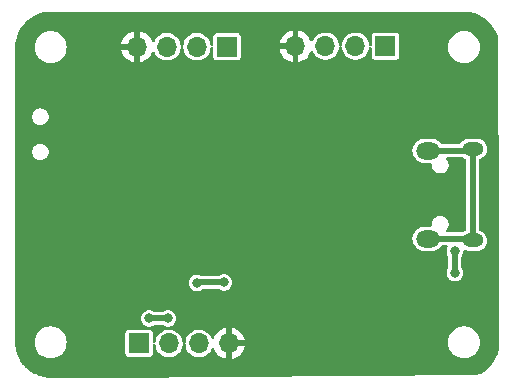
<source format=gbr>
%TF.GenerationSoftware,KiCad,Pcbnew,7.0.7*%
%TF.CreationDate,2025-08-05T19:35:54-07:00*%
%TF.ProjectId,stm32,73746d33-322e-46b6-9963-61645f706362,rev?*%
%TF.SameCoordinates,Original*%
%TF.FileFunction,Copper,L2,Bot*%
%TF.FilePolarity,Positive*%
%FSLAX46Y46*%
G04 Gerber Fmt 4.6, Leading zero omitted, Abs format (unit mm)*
G04 Created by KiCad (PCBNEW 7.0.7) date 2025-08-05 19:35:54*
%MOMM*%
%LPD*%
G01*
G04 APERTURE LIST*
%TA.AperFunction,ComponentPad*%
%ADD10R,1.700000X1.700000*%
%TD*%
%TA.AperFunction,ComponentPad*%
%ADD11O,1.700000X1.700000*%
%TD*%
%TA.AperFunction,ComponentPad*%
%ADD12O,1.800000X1.150000*%
%TD*%
%TA.AperFunction,ComponentPad*%
%ADD13O,2.000000X1.450000*%
%TD*%
%TA.AperFunction,ViaPad*%
%ADD14C,0.800000*%
%TD*%
%TA.AperFunction,Conductor*%
%ADD15C,0.500000*%
%TD*%
G04 APERTURE END LIST*
D10*
%TO.P,J2,1,Pin_1*%
%TO.N,+3.3V*%
X139392013Y-58783153D03*
D11*
%TO.P,J2,2,Pin_2*%
%TO.N,/USART1_TX*%
X136852013Y-58783153D03*
%TO.P,J2,3,Pin_3*%
%TO.N,/UART1_RX*%
X134312013Y-58783153D03*
%TO.P,J2,4,Pin_4*%
%TO.N,GND*%
X131772013Y-58783153D03*
%TD*%
D10*
%TO.P,J4,1,Pin_1*%
%TO.N,+3.3V*%
X131947324Y-83913371D03*
D11*
%TO.P,J4,2,Pin_2*%
%TO.N,/I2C_SCL*%
X134487324Y-83913371D03*
%TO.P,J4,3,Pin_3*%
%TO.N,/I2C_SDA*%
X137027324Y-83913371D03*
%TO.P,J4,4,Pin_4*%
%TO.N,GND*%
X139567324Y-83913371D03*
%TD*%
D12*
%TO.P,J1,6,Shield*%
%TO.N,unconnected-(J1-Shield-Pad6)*%
X160199000Y-75195000D03*
D13*
X156399000Y-75045000D03*
X156399000Y-67595000D03*
D12*
X160199000Y-67445000D03*
%TD*%
D10*
%TO.P,J3,1,Pin_1*%
%TO.N,+3.3V*%
X152810290Y-58753394D03*
D11*
%TO.P,J3,2,Pin_2*%
%TO.N,/SWDIO*%
X150270290Y-58753394D03*
%TO.P,J3,3,Pin_3*%
%TO.N,/SWCLK*%
X147730290Y-58753394D03*
%TO.P,J3,4,Pin_4*%
%TO.N,GND*%
X145190290Y-58753394D03*
%TD*%
D14*
%TO.N,+3.3V*%
X136847396Y-78778132D03*
X139127989Y-78747216D03*
X158685233Y-76115526D03*
X132810089Y-81793588D03*
X134388461Y-81793588D03*
X158685233Y-77954526D03*
%TO.N,GND*%
X150775405Y-77586977D03*
X146225024Y-68792080D03*
X149846130Y-77586977D03*
X127031444Y-63955942D03*
X130249325Y-78010408D03*
X132265789Y-69931196D03*
X150359311Y-72566119D03*
X131303062Y-67110573D03*
X132857641Y-66022207D03*
X141054277Y-73105571D03*
X130147986Y-74067660D03*
X154629156Y-79085176D03*
X138071713Y-76654941D03*
X150359311Y-73509263D03*
X154975810Y-70036294D03*
X127926394Y-72289383D03*
X136553553Y-68204003D03*
X159981325Y-77042671D03*
X136281327Y-71519470D03*
X129738066Y-67179855D03*
%TD*%
D15*
%TO.N,+3.3V*%
X136878312Y-78747216D02*
X139127989Y-78747216D01*
X136847396Y-78778132D02*
X136878312Y-78747216D01*
X158685233Y-77954526D02*
X158685233Y-76255427D01*
X158685233Y-76211179D02*
X158685233Y-76115526D01*
X158707357Y-76233303D02*
X158685233Y-76211179D01*
X158685233Y-76255427D02*
X158707357Y-76233303D01*
X134388461Y-81793588D02*
X132810089Y-81793588D01*
%TO.N,unconnected-(J1-Shield-Pad6)*%
X156399000Y-75045000D02*
X160049000Y-75045000D01*
X156399000Y-67595000D02*
X160049000Y-67595000D01*
X160199000Y-67445000D02*
X160199000Y-75195000D01*
X160049000Y-75045000D02*
X160199000Y-75195000D01*
X160049000Y-67595000D02*
X160199000Y-67445000D01*
%TD*%
%TA.AperFunction,Conductor*%
%TO.N,GND*%
G36*
X160048319Y-55881752D02*
G01*
X160051762Y-55882336D01*
X160098185Y-55890224D01*
X160103825Y-55891457D01*
X160256693Y-55932418D01*
X160349122Y-55959046D01*
X160411724Y-55977082D01*
X160416759Y-55978769D01*
X160566183Y-56036127D01*
X160714007Y-56097358D01*
X160718412Y-56099388D01*
X160784180Y-56132899D01*
X160861921Y-56172511D01*
X160937428Y-56214241D01*
X161001480Y-56249641D01*
X161005215Y-56251882D01*
X161079487Y-56300115D01*
X161140872Y-56339980D01*
X161228357Y-56402053D01*
X161270764Y-56432142D01*
X161273886Y-56434510D01*
X161398748Y-56535621D01*
X161401034Y-56537567D01*
X161518721Y-56642738D01*
X161521248Y-56645128D01*
X161634870Y-56758750D01*
X161637260Y-56761277D01*
X161742431Y-56878964D01*
X161744385Y-56881260D01*
X161845480Y-57006102D01*
X161847862Y-57009243D01*
X161940019Y-57139127D01*
X161993758Y-57221875D01*
X162028106Y-57274767D01*
X162030364Y-57278531D01*
X162107488Y-57418078D01*
X162180604Y-57561575D01*
X162182643Y-57565997D01*
X162243877Y-57713829D01*
X162301221Y-57863216D01*
X162302916Y-57868273D01*
X162318305Y-57921688D01*
X162323148Y-57954992D01*
X162459500Y-74453499D01*
X162459500Y-83818376D01*
X162459415Y-83821622D01*
X162452509Y-83953382D01*
X162442196Y-84137013D01*
X162441530Y-84143240D01*
X162417394Y-84295630D01*
X162389778Y-84458163D01*
X162388541Y-84463827D01*
X162347579Y-84616702D01*
X162302916Y-84771725D01*
X162301221Y-84776781D01*
X162243877Y-84926170D01*
X162182643Y-85074001D01*
X162180604Y-85078423D01*
X162107488Y-85221921D01*
X162030364Y-85361467D01*
X162028097Y-85365246D01*
X161940019Y-85500872D01*
X161847862Y-85630755D01*
X161845480Y-85633896D01*
X161744385Y-85758738D01*
X161742431Y-85761034D01*
X161637260Y-85878721D01*
X161634870Y-85881248D01*
X161521248Y-85994870D01*
X161518721Y-85997260D01*
X161401034Y-86102431D01*
X161398738Y-86104385D01*
X161273896Y-86205480D01*
X161270755Y-86207862D01*
X161140872Y-86300019D01*
X161005246Y-86388097D01*
X161001467Y-86390364D01*
X160861921Y-86467488D01*
X160718421Y-86540605D01*
X160713998Y-86542644D01*
X160566135Y-86603891D01*
X160527870Y-86618579D01*
X160484199Y-86626812D01*
X129269000Y-86819500D01*
X124461624Y-86819500D01*
X124458378Y-86819415D01*
X124326617Y-86812509D01*
X124142985Y-86802196D01*
X124136758Y-86801530D01*
X123984369Y-86777394D01*
X123821835Y-86749778D01*
X123816171Y-86748541D01*
X123663297Y-86707579D01*
X123508273Y-86662916D01*
X123503217Y-86661221D01*
X123353829Y-86603877D01*
X123205997Y-86542643D01*
X123201575Y-86540604D01*
X123058078Y-86467488D01*
X122918531Y-86390364D01*
X122914767Y-86388106D01*
X122861875Y-86353758D01*
X122779127Y-86300019D01*
X122649243Y-86207862D01*
X122646102Y-86205480D01*
X122521260Y-86104385D01*
X122518964Y-86102431D01*
X122401277Y-85997260D01*
X122398750Y-85994870D01*
X122285128Y-85881248D01*
X122282738Y-85878721D01*
X122177567Y-85761034D01*
X122175613Y-85758738D01*
X122136848Y-85710867D01*
X122074510Y-85633886D01*
X122072136Y-85630755D01*
X121979980Y-85500872D01*
X121947406Y-85450715D01*
X121891882Y-85365215D01*
X121889641Y-85361480D01*
X121824716Y-85244005D01*
X121812511Y-85221921D01*
X121772899Y-85144180D01*
X121739388Y-85078412D01*
X121737358Y-85074007D01*
X121676122Y-84926170D01*
X121618769Y-84776759D01*
X121617082Y-84771724D01*
X121572420Y-84616702D01*
X121567316Y-84597652D01*
X121531453Y-84463811D01*
X121530226Y-84458194D01*
X121502601Y-84295606D01*
X121478465Y-84143212D01*
X121477803Y-84137027D01*
X121467490Y-83953382D01*
X121460584Y-83821620D01*
X121460542Y-83820000D01*
X123104341Y-83820000D01*
X123124936Y-84055403D01*
X123124938Y-84055413D01*
X123186094Y-84283655D01*
X123186096Y-84283659D01*
X123186097Y-84283663D01*
X123229554Y-84376857D01*
X123285964Y-84497828D01*
X123285965Y-84497830D01*
X123421505Y-84691402D01*
X123588597Y-84858494D01*
X123782169Y-84994034D01*
X123782171Y-84994035D01*
X123996337Y-85093903D01*
X124224592Y-85155063D01*
X124401034Y-85170500D01*
X124518966Y-85170500D01*
X124695408Y-85155063D01*
X124923663Y-85093903D01*
X125137829Y-84994035D01*
X125331401Y-84858495D01*
X125381669Y-84808227D01*
X130796824Y-84808227D01*
X130796826Y-84808253D01*
X130799737Y-84833358D01*
X130799739Y-84833362D01*
X130845117Y-84936135D01*
X130845118Y-84936136D01*
X130924559Y-85015577D01*
X131027333Y-85060956D01*
X131052459Y-85063871D01*
X132842188Y-85063870D01*
X132842203Y-85063868D01*
X132842206Y-85063868D01*
X132867311Y-85060957D01*
X132867312Y-85060956D01*
X132867315Y-85060956D01*
X132970089Y-85015577D01*
X133049530Y-84936136D01*
X133094909Y-84833362D01*
X133097824Y-84808236D01*
X133097823Y-84069417D01*
X133117507Y-84002380D01*
X133170311Y-83956625D01*
X133239470Y-83946681D01*
X133303026Y-83975706D01*
X133340800Y-84034484D01*
X133345294Y-84057977D01*
X133348343Y-84090882D01*
X133351568Y-84125681D01*
X133399923Y-84295630D01*
X133409920Y-84330763D01*
X133409920Y-84330765D01*
X133504956Y-84521624D01*
X133633163Y-84691395D01*
X133633452Y-84691778D01*
X133791022Y-84835423D01*
X133972305Y-84947669D01*
X134171126Y-85024692D01*
X134380714Y-85063871D01*
X134380716Y-85063871D01*
X134593932Y-85063871D01*
X134593934Y-85063871D01*
X134803522Y-85024692D01*
X135002343Y-84947669D01*
X135183626Y-84835423D01*
X135341196Y-84691778D01*
X135469690Y-84521626D01*
X135498470Y-84463827D01*
X135564727Y-84330765D01*
X135564727Y-84330764D01*
X135564729Y-84330760D01*
X135623080Y-84125681D01*
X135633853Y-84009418D01*
X135659639Y-83944482D01*
X135701946Y-83914175D01*
X135810454Y-83914175D01*
X135846827Y-83935039D01*
X135879017Y-83997052D01*
X135880794Y-84009418D01*
X135891568Y-84125681D01*
X135939923Y-84295630D01*
X135949920Y-84330763D01*
X135949920Y-84330765D01*
X136044956Y-84521624D01*
X136173163Y-84691395D01*
X136173452Y-84691778D01*
X136331022Y-84835423D01*
X136512305Y-84947669D01*
X136711126Y-85024692D01*
X136920714Y-85063871D01*
X136920716Y-85063871D01*
X137133932Y-85063871D01*
X137133934Y-85063871D01*
X137343522Y-85024692D01*
X137542343Y-84947669D01*
X137723626Y-84835423D01*
X137881196Y-84691778D01*
X138009690Y-84521626D01*
X138076649Y-84387152D01*
X138124149Y-84335919D01*
X138191812Y-84318497D01*
X138258152Y-84340422D01*
X138300029Y-84390022D01*
X138393723Y-84590949D01*
X138529218Y-84784453D01*
X138696241Y-84951476D01*
X138889745Y-85086971D01*
X139103831Y-85186800D01*
X139103840Y-85186804D01*
X139317324Y-85244005D01*
X139317324Y-84525672D01*
X139337009Y-84458633D01*
X139389813Y-84412878D01*
X139458971Y-84402934D01*
X139531561Y-84413371D01*
X139531562Y-84413371D01*
X139603086Y-84413371D01*
X139603087Y-84413371D01*
X139675677Y-84402934D01*
X139744836Y-84412878D01*
X139797639Y-84458633D01*
X139817324Y-84525672D01*
X139817324Y-85244004D01*
X140030807Y-85186804D01*
X140030816Y-85186800D01*
X140244902Y-85086971D01*
X140438406Y-84951476D01*
X140605429Y-84784453D01*
X140740924Y-84590949D01*
X140840753Y-84376863D01*
X140840756Y-84376857D01*
X140897960Y-84163371D01*
X140180671Y-84163371D01*
X140113632Y-84143686D01*
X140067877Y-84090882D01*
X140057933Y-84021724D01*
X140061693Y-84004438D01*
X140067324Y-83985259D01*
X140067324Y-83841482D01*
X140061693Y-83822304D01*
X140061693Y-83820000D01*
X158104341Y-83820000D01*
X158124936Y-84055403D01*
X158124938Y-84055413D01*
X158186094Y-84283655D01*
X158186096Y-84283659D01*
X158186097Y-84283663D01*
X158229554Y-84376857D01*
X158285964Y-84497828D01*
X158285965Y-84497830D01*
X158421505Y-84691402D01*
X158588597Y-84858494D01*
X158782169Y-84994034D01*
X158782171Y-84994035D01*
X158996337Y-85093903D01*
X159224592Y-85155063D01*
X159401034Y-85170500D01*
X159518966Y-85170500D01*
X159695408Y-85155063D01*
X159923663Y-85093903D01*
X160137829Y-84994035D01*
X160331401Y-84858495D01*
X160498495Y-84691401D01*
X160634035Y-84497830D01*
X160733903Y-84283663D01*
X160795063Y-84055408D01*
X160815659Y-83820000D01*
X160795063Y-83584592D01*
X160733903Y-83356337D01*
X160634035Y-83142171D01*
X160634034Y-83142169D01*
X160498494Y-82948597D01*
X160331402Y-82781505D01*
X160137830Y-82645965D01*
X160137828Y-82645964D01*
X160002233Y-82582735D01*
X159923663Y-82546097D01*
X159923659Y-82546096D01*
X159923655Y-82546094D01*
X159695413Y-82484938D01*
X159695403Y-82484936D01*
X159518966Y-82469500D01*
X159401034Y-82469500D01*
X159224596Y-82484936D01*
X159224586Y-82484938D01*
X158996344Y-82546094D01*
X158996335Y-82546098D01*
X158782171Y-82645964D01*
X158782169Y-82645965D01*
X158588597Y-82781505D01*
X158421506Y-82948597D01*
X158421501Y-82948604D01*
X158285967Y-83142165D01*
X158285965Y-83142169D01*
X158186098Y-83356335D01*
X158186094Y-83356344D01*
X158124938Y-83584586D01*
X158124936Y-83584596D01*
X158104341Y-83819999D01*
X158104341Y-83820000D01*
X140061693Y-83820000D01*
X140061694Y-83752435D01*
X140099469Y-83693657D01*
X140163025Y-83664633D01*
X140180671Y-83663371D01*
X140897960Y-83663371D01*
X140897959Y-83663370D01*
X140840756Y-83449884D01*
X140840753Y-83449878D01*
X140740924Y-83235793D01*
X140740923Y-83235791D01*
X140605437Y-83042297D01*
X140605432Y-83042291D01*
X140438406Y-82875265D01*
X140244902Y-82739770D01*
X140030816Y-82639941D01*
X140030810Y-82639938D01*
X139817324Y-82582735D01*
X139817324Y-83301069D01*
X139797639Y-83368108D01*
X139744835Y-83413863D01*
X139675679Y-83423807D01*
X139603090Y-83413371D01*
X139603087Y-83413371D01*
X139531561Y-83413371D01*
X139531557Y-83413371D01*
X139458969Y-83423807D01*
X139389811Y-83413863D01*
X139337008Y-83368107D01*
X139317324Y-83301069D01*
X139317324Y-82582735D01*
X139317323Y-82582735D01*
X139103837Y-82639938D01*
X139103831Y-82639941D01*
X138889746Y-82739770D01*
X138889744Y-82739771D01*
X138696250Y-82875257D01*
X138696244Y-82875262D01*
X138529215Y-83042291D01*
X138529210Y-83042297D01*
X138393724Y-83235791D01*
X138393723Y-83235793D01*
X138300029Y-83436719D01*
X138253856Y-83489158D01*
X138186663Y-83508310D01*
X138119781Y-83488094D01*
X138076648Y-83439587D01*
X138009690Y-83305116D01*
X137881196Y-83134964D01*
X137723626Y-82991319D01*
X137542343Y-82879073D01*
X137542341Y-82879072D01*
X137442932Y-82840561D01*
X137343522Y-82802050D01*
X137133934Y-82762871D01*
X136920714Y-82762871D01*
X136711126Y-82802050D01*
X136711123Y-82802050D01*
X136711123Y-82802051D01*
X136512306Y-82879072D01*
X136512304Y-82879073D01*
X136331023Y-82991318D01*
X136173451Y-83134964D01*
X136044956Y-83305117D01*
X135949920Y-83495976D01*
X135949920Y-83495978D01*
X135891568Y-83701060D01*
X135880795Y-83817322D01*
X135855009Y-83882259D01*
X135810454Y-83914175D01*
X135701946Y-83914175D01*
X135704193Y-83912565D01*
X135667821Y-83891702D01*
X135635631Y-83829689D01*
X135633853Y-83817322D01*
X135630499Y-83781130D01*
X135623080Y-83701061D01*
X135564729Y-83495982D01*
X135564727Y-83495977D01*
X135564727Y-83495976D01*
X135469691Y-83305117D01*
X135341196Y-83134964D01*
X135183626Y-82991319D01*
X135002343Y-82879073D01*
X135002341Y-82879072D01*
X134902932Y-82840561D01*
X134803522Y-82802050D01*
X134593934Y-82762871D01*
X134380714Y-82762871D01*
X134171126Y-82802050D01*
X134171123Y-82802050D01*
X134171123Y-82802051D01*
X133972306Y-82879072D01*
X133972304Y-82879073D01*
X133791023Y-82991318D01*
X133633451Y-83134964D01*
X133504956Y-83305117D01*
X133409920Y-83495976D01*
X133409920Y-83495978D01*
X133351568Y-83701060D01*
X133345294Y-83768765D01*
X133319507Y-83833702D01*
X133262707Y-83874389D01*
X133192926Y-83877909D01*
X133132319Y-83843143D01*
X133100130Y-83781130D01*
X133097823Y-83757323D01*
X133097823Y-83413371D01*
X133097823Y-83018507D01*
X133097821Y-83018488D01*
X133094910Y-82993383D01*
X133094909Y-82993381D01*
X133094909Y-82993380D01*
X133049530Y-82890606D01*
X132970089Y-82811165D01*
X132949448Y-82802051D01*
X132867316Y-82765786D01*
X132842189Y-82762871D01*
X131052467Y-82762871D01*
X131052441Y-82762873D01*
X131027336Y-82765784D01*
X131027332Y-82765786D01*
X130924559Y-82811164D01*
X130845118Y-82890605D01*
X130799739Y-82993377D01*
X130799739Y-82993379D01*
X130796824Y-83018502D01*
X130796824Y-84808227D01*
X125381669Y-84808227D01*
X125498495Y-84691401D01*
X125634035Y-84497830D01*
X125733903Y-84283663D01*
X125795063Y-84055408D01*
X125815659Y-83820000D01*
X125795063Y-83584592D01*
X125733903Y-83356337D01*
X125634035Y-83142171D01*
X125634034Y-83142169D01*
X125498494Y-82948597D01*
X125331402Y-82781505D01*
X125137830Y-82645965D01*
X125137828Y-82645964D01*
X125002233Y-82582735D01*
X124923663Y-82546097D01*
X124923659Y-82546096D01*
X124923655Y-82546094D01*
X124695413Y-82484938D01*
X124695403Y-82484936D01*
X124518966Y-82469500D01*
X124401034Y-82469500D01*
X124224596Y-82484936D01*
X124224586Y-82484938D01*
X123996344Y-82546094D01*
X123996335Y-82546098D01*
X123782171Y-82645964D01*
X123782169Y-82645965D01*
X123588597Y-82781505D01*
X123421506Y-82948597D01*
X123421501Y-82948604D01*
X123285967Y-83142165D01*
X123285965Y-83142169D01*
X123186098Y-83356335D01*
X123186094Y-83356344D01*
X123124938Y-83584586D01*
X123124936Y-83584596D01*
X123104341Y-83819999D01*
X123104341Y-83820000D01*
X121460542Y-83820000D01*
X121460500Y-83818377D01*
X121460500Y-81793587D01*
X132104444Y-81793587D01*
X132124948Y-81962457D01*
X132124949Y-81962462D01*
X132185271Y-82121519D01*
X132247564Y-82211765D01*
X132281906Y-82261517D01*
X132375110Y-82344088D01*
X132409239Y-82374324D01*
X132559862Y-82453377D01*
X132559864Y-82453378D01*
X132725033Y-82494088D01*
X132895145Y-82494088D01*
X133060314Y-82453378D01*
X133149636Y-82406497D01*
X133210934Y-82374326D01*
X133210935Y-82374324D01*
X133210941Y-82374322D01*
X133210945Y-82374318D01*
X133217109Y-82370064D01*
X133218049Y-82371427D01*
X133273100Y-82345551D01*
X133292095Y-82344088D01*
X133906455Y-82344088D01*
X133973494Y-82363773D01*
X133985535Y-82372890D01*
X133987615Y-82374326D01*
X134138234Y-82453377D01*
X134138236Y-82453378D01*
X134303405Y-82494088D01*
X134473517Y-82494088D01*
X134638686Y-82453378D01*
X134718153Y-82411669D01*
X134789310Y-82374324D01*
X134789311Y-82374322D01*
X134789313Y-82374322D01*
X134916644Y-82261517D01*
X135013279Y-82121518D01*
X135073601Y-81962460D01*
X135094106Y-81793588D01*
X135073601Y-81624716D01*
X135013279Y-81465658D01*
X134916644Y-81325659D01*
X134821777Y-81241614D01*
X134789310Y-81212851D01*
X134638687Y-81133798D01*
X134473517Y-81093088D01*
X134303405Y-81093088D01*
X134138234Y-81133798D01*
X133987615Y-81212849D01*
X133981441Y-81217112D01*
X133980500Y-81215748D01*
X133925450Y-81241625D01*
X133906455Y-81243088D01*
X133292095Y-81243088D01*
X133225056Y-81223403D01*
X133213014Y-81214285D01*
X133210934Y-81212849D01*
X133060315Y-81133798D01*
X132895145Y-81093088D01*
X132725033Y-81093088D01*
X132559862Y-81133798D01*
X132409239Y-81212851D01*
X132281905Y-81325660D01*
X132185271Y-81465656D01*
X132124949Y-81624713D01*
X132124948Y-81624718D01*
X132104444Y-81793587D01*
X121460500Y-81793587D01*
X121460500Y-78778132D01*
X136141751Y-78778132D01*
X136162255Y-78947001D01*
X136162256Y-78947006D01*
X136222578Y-79106063D01*
X136284871Y-79196309D01*
X136319213Y-79246061D01*
X136424901Y-79339692D01*
X136446546Y-79358868D01*
X136597169Y-79437921D01*
X136597171Y-79437922D01*
X136762340Y-79478632D01*
X136932452Y-79478632D01*
X137097621Y-79437922D01*
X137186943Y-79391041D01*
X137248241Y-79358870D01*
X137248242Y-79358868D01*
X137248248Y-79358866D01*
X137272504Y-79337376D01*
X137282072Y-79328901D01*
X137345305Y-79299179D01*
X137364299Y-79297716D01*
X138645983Y-79297716D01*
X138713022Y-79317401D01*
X138725063Y-79326518D01*
X138727143Y-79327954D01*
X138877762Y-79407005D01*
X138877764Y-79407006D01*
X139042933Y-79447716D01*
X139213045Y-79447716D01*
X139378214Y-79407006D01*
X139457681Y-79365297D01*
X139528838Y-79327952D01*
X139528839Y-79327950D01*
X139528841Y-79327950D01*
X139656172Y-79215145D01*
X139752807Y-79075146D01*
X139813129Y-78916088D01*
X139833634Y-78747216D01*
X139813129Y-78578344D01*
X139752807Y-78419286D01*
X139656172Y-78279287D01*
X139546935Y-78182512D01*
X139528838Y-78166479D01*
X139378215Y-78087426D01*
X139213045Y-78046716D01*
X139042933Y-78046716D01*
X138877762Y-78087426D01*
X138727143Y-78166477D01*
X138720969Y-78170740D01*
X138720028Y-78169376D01*
X138664978Y-78195253D01*
X138645983Y-78196716D01*
X137277512Y-78196716D01*
X137219886Y-78182512D01*
X137097620Y-78118341D01*
X137097621Y-78118341D01*
X136932452Y-78077632D01*
X136762340Y-78077632D01*
X136597169Y-78118342D01*
X136446546Y-78197395D01*
X136319212Y-78310204D01*
X136222578Y-78450200D01*
X136162256Y-78609257D01*
X136162255Y-78609262D01*
X136141751Y-78778132D01*
X121460500Y-78778132D01*
X121460500Y-75044999D01*
X155093538Y-75044999D01*
X155113337Y-75246031D01*
X155171978Y-75439345D01*
X155267198Y-75617488D01*
X155267203Y-75617495D01*
X155395352Y-75773647D01*
X155504016Y-75862824D01*
X155551506Y-75901798D01*
X155551509Y-75901799D01*
X155551511Y-75901801D01*
X155729654Y-75997021D01*
X155729656Y-75997021D01*
X155729659Y-75997023D01*
X155922967Y-76055662D01*
X156073620Y-76070500D01*
X156073623Y-76070500D01*
X156724377Y-76070500D01*
X156724380Y-76070500D01*
X156875033Y-76055662D01*
X157068341Y-75997023D01*
X157246494Y-75901798D01*
X157402647Y-75773647D01*
X157489358Y-75667989D01*
X157511643Y-75640835D01*
X157569388Y-75601501D01*
X157607496Y-75595500D01*
X157956747Y-75595500D01*
X158023786Y-75615185D01*
X158069541Y-75667989D01*
X158079485Y-75737147D01*
X158062589Y-75780263D01*
X158063902Y-75780952D01*
X158060415Y-75787594D01*
X158000093Y-75946651D01*
X158000092Y-75946656D01*
X157979588Y-76115526D01*
X158000092Y-76284395D01*
X158000093Y-76284400D01*
X158060415Y-76443457D01*
X158112783Y-76519324D01*
X158134666Y-76585678D01*
X158134733Y-76589764D01*
X158134733Y-77480287D01*
X158115048Y-77547326D01*
X158112783Y-77550727D01*
X158060416Y-77626594D01*
X158060415Y-77626594D01*
X158000093Y-77785651D01*
X158000092Y-77785656D01*
X157979588Y-77954526D01*
X158000092Y-78123395D01*
X158000093Y-78123400D01*
X158060415Y-78282457D01*
X158079568Y-78310204D01*
X158157050Y-78422455D01*
X158262738Y-78516086D01*
X158284383Y-78535262D01*
X158435006Y-78614315D01*
X158435008Y-78614316D01*
X158600177Y-78655026D01*
X158770289Y-78655026D01*
X158935458Y-78614316D01*
X159014925Y-78572607D01*
X159086082Y-78535262D01*
X159086083Y-78535260D01*
X159086085Y-78535260D01*
X159213416Y-78422455D01*
X159310051Y-78282456D01*
X159370373Y-78123398D01*
X159390878Y-77954526D01*
X159370373Y-77785654D01*
X159310051Y-77626596D01*
X159310050Y-77626594D01*
X159257683Y-77550727D01*
X159235800Y-77484372D01*
X159235733Y-77480287D01*
X159235733Y-76589764D01*
X159255418Y-76522725D01*
X159257683Y-76519324D01*
X159271903Y-76498722D01*
X159310051Y-76443456D01*
X159370373Y-76284398D01*
X159390878Y-76115526D01*
X159390877Y-76115523D01*
X159390964Y-76114813D01*
X159418586Y-76050635D01*
X159476520Y-76011578D01*
X159546372Y-76010043D01*
X159566115Y-76017215D01*
X159592803Y-76029562D01*
X159778784Y-76070500D01*
X159778785Y-76070500D01*
X160571459Y-76070500D01*
X160571465Y-76070500D01*
X160713316Y-76055073D01*
X160893780Y-75994267D01*
X161056954Y-75896089D01*
X161195207Y-75765129D01*
X161302075Y-75607510D01*
X161302077Y-75607506D01*
X161372561Y-75430606D01*
X161372562Y-75430602D01*
X161403370Y-75242678D01*
X161393061Y-75052525D01*
X161342114Y-74869033D01*
X161252914Y-74700784D01*
X161252911Y-74700781D01*
X161252911Y-74700779D01*
X161129631Y-74555643D01*
X161048424Y-74493911D01*
X160978029Y-74440398D01*
X160821433Y-74367949D01*
X160768856Y-74321935D01*
X160749500Y-74255410D01*
X160749500Y-68381949D01*
X160769185Y-68314910D01*
X160821989Y-68269155D01*
X160833894Y-68264444D01*
X160893780Y-68244267D01*
X161056954Y-68146089D01*
X161195207Y-68015129D01*
X161302075Y-67857510D01*
X161302077Y-67857506D01*
X161372561Y-67680606D01*
X161372562Y-67680602D01*
X161403370Y-67492678D01*
X161393061Y-67302525D01*
X161342114Y-67119033D01*
X161252914Y-66950784D01*
X161252911Y-66950781D01*
X161252911Y-66950779D01*
X161129631Y-66805643D01*
X160978026Y-66690396D01*
X160978025Y-66690395D01*
X160805193Y-66610436D01*
X160619216Y-66569500D01*
X159826535Y-66569500D01*
X159826533Y-66569500D01*
X159684683Y-66584927D01*
X159504217Y-66645734D01*
X159341048Y-66743909D01*
X159202791Y-66874872D01*
X159124675Y-66990087D01*
X159070760Y-67034528D01*
X159022041Y-67044500D01*
X157607496Y-67044500D01*
X157540457Y-67024815D01*
X157511643Y-66999165D01*
X157402647Y-66866352D01*
X157246495Y-66738203D01*
X157246488Y-66738198D01*
X157068345Y-66642978D01*
X156875031Y-66584337D01*
X156764900Y-66573490D01*
X156724380Y-66569500D01*
X156073620Y-66569500D01*
X156036433Y-66573162D01*
X155922968Y-66584337D01*
X155729654Y-66642978D01*
X155551511Y-66738198D01*
X155551504Y-66738203D01*
X155395352Y-66866352D01*
X155267203Y-67022504D01*
X155267198Y-67022511D01*
X155171978Y-67200654D01*
X155113337Y-67393968D01*
X155093538Y-67595000D01*
X155113337Y-67796031D01*
X155171978Y-67989345D01*
X155267198Y-68167488D01*
X155267203Y-68167495D01*
X155395352Y-68323647D01*
X155485914Y-68397968D01*
X155551506Y-68451798D01*
X155551509Y-68451799D01*
X155551511Y-68451801D01*
X155729654Y-68547021D01*
X155729656Y-68547021D01*
X155729659Y-68547023D01*
X155922967Y-68605662D01*
X156073620Y-68620500D01*
X156073623Y-68620500D01*
X156624500Y-68620500D01*
X156691539Y-68640185D01*
X156737294Y-68692989D01*
X156748500Y-68744500D01*
X156748500Y-68773872D01*
X156748048Y-68781352D01*
X156743355Y-68819999D01*
X156748048Y-68858646D01*
X156748500Y-68866126D01*
X156748500Y-68905058D01*
X156757816Y-68942855D01*
X156759166Y-68950223D01*
X156763859Y-68988869D01*
X156763861Y-68988876D01*
X156777665Y-69025276D01*
X156779894Y-69032429D01*
X156789209Y-69070221D01*
X156789210Y-69070226D01*
X156807299Y-69104693D01*
X156810374Y-69111524D01*
X156824182Y-69147931D01*
X156824183Y-69147933D01*
X156846300Y-69179974D01*
X156850177Y-69186387D01*
X156868263Y-69220848D01*
X156868265Y-69220851D01*
X156894075Y-69249986D01*
X156898695Y-69255882D01*
X156898701Y-69255890D01*
X156920816Y-69287928D01*
X156920821Y-69287933D01*
X156949955Y-69313743D01*
X156955250Y-69319037D01*
X156981069Y-69348181D01*
X156981073Y-69348185D01*
X157013111Y-69370299D01*
X157019005Y-69374916D01*
X157031685Y-69386150D01*
X157048145Y-69400732D01*
X157048151Y-69400736D01*
X157082614Y-69418823D01*
X157089018Y-69422694D01*
X157121070Y-69444818D01*
X157157484Y-69458627D01*
X157164283Y-69461687D01*
X157198775Y-69479790D01*
X157198777Y-69479790D01*
X157198778Y-69479791D01*
X157205914Y-69481549D01*
X157236590Y-69489110D01*
X157243712Y-69491329D01*
X157280128Y-69505140D01*
X157299572Y-69507500D01*
X157318773Y-69509832D01*
X157326140Y-69511181D01*
X157350369Y-69517153D01*
X157363943Y-69520500D01*
X157363944Y-69520500D01*
X157534058Y-69520500D01*
X157543590Y-69518149D01*
X157571875Y-69511177D01*
X157579206Y-69509834D01*
X157617872Y-69505140D01*
X157654277Y-69491333D01*
X157661427Y-69489106D01*
X157672744Y-69486316D01*
X157699225Y-69479790D01*
X157733707Y-69461691D01*
X157740507Y-69458630D01*
X157776930Y-69444818D01*
X157808981Y-69422693D01*
X157815379Y-69418825D01*
X157849852Y-69400734D01*
X157879002Y-69374908D01*
X157884871Y-69370310D01*
X157916929Y-69348183D01*
X157942748Y-69319037D01*
X157948037Y-69313748D01*
X157977183Y-69287929D01*
X157999310Y-69255871D01*
X158003908Y-69250002D01*
X158029734Y-69220852D01*
X158047825Y-69186379D01*
X158051693Y-69179981D01*
X158073818Y-69147930D01*
X158087630Y-69111507D01*
X158090691Y-69104707D01*
X158108790Y-69070225D01*
X158115316Y-69043744D01*
X158118106Y-69032427D01*
X158120333Y-69025277D01*
X158134140Y-68988872D01*
X158138834Y-68950206D01*
X158140177Y-68942875D01*
X158149500Y-68905056D01*
X158149500Y-68866126D01*
X158149952Y-68858646D01*
X158154645Y-68820000D01*
X158149951Y-68781348D01*
X158149500Y-68773872D01*
X158149500Y-68734943D01*
X158140183Y-68697147D01*
X158138832Y-68689773D01*
X158134140Y-68651130D01*
X158134140Y-68651128D01*
X158120329Y-68614712D01*
X158118110Y-68607590D01*
X158108790Y-68569775D01*
X158090687Y-68535283D01*
X158087627Y-68528484D01*
X158073818Y-68492070D01*
X158051694Y-68460018D01*
X158047823Y-68453614D01*
X158029736Y-68419151D01*
X158029732Y-68419145D01*
X158015150Y-68402685D01*
X158003916Y-68390005D01*
X157999299Y-68384111D01*
X157977184Y-68352072D01*
X157976883Y-68351732D01*
X157976740Y-68351429D01*
X157972922Y-68345897D01*
X157973841Y-68345262D01*
X157947158Y-68288501D01*
X157956338Y-68219237D01*
X158001507Y-68165931D01*
X158068325Y-68145508D01*
X158069694Y-68145500D01*
X159307020Y-68145500D01*
X159374059Y-68165185D01*
X159382060Y-68170783D01*
X159419974Y-68199604D01*
X159462833Y-68219432D01*
X159576566Y-68272050D01*
X159629144Y-68318063D01*
X159648500Y-68384589D01*
X159648500Y-74258049D01*
X159628815Y-74325088D01*
X159576011Y-74370843D01*
X159564096Y-74375557D01*
X159504222Y-74395731D01*
X159462945Y-74420567D01*
X159369565Y-74476751D01*
X159305639Y-74494500D01*
X158069694Y-74494500D01*
X158002655Y-74474815D01*
X157956900Y-74422011D01*
X157946956Y-74352853D01*
X157973577Y-74294559D01*
X157972920Y-74294105D01*
X157975477Y-74290399D01*
X157975981Y-74289297D01*
X157976876Y-74288276D01*
X157977180Y-74287932D01*
X157977180Y-74287931D01*
X157977183Y-74287929D01*
X157999310Y-74255871D01*
X158003908Y-74250002D01*
X158029734Y-74220852D01*
X158047825Y-74186379D01*
X158051693Y-74179981D01*
X158073818Y-74147930D01*
X158087630Y-74111507D01*
X158090691Y-74104707D01*
X158108790Y-74070225D01*
X158118106Y-74032427D01*
X158120335Y-74025271D01*
X158134140Y-73988872D01*
X158138834Y-73950206D01*
X158140177Y-73942875D01*
X158149500Y-73905056D01*
X158149500Y-73866126D01*
X158149952Y-73858646D01*
X158154645Y-73820000D01*
X158149951Y-73781348D01*
X158149500Y-73773872D01*
X158149500Y-73734943D01*
X158140183Y-73697147D01*
X158138832Y-73689773D01*
X158134140Y-73651130D01*
X158134140Y-73651128D01*
X158120329Y-73614712D01*
X158118110Y-73607590D01*
X158108790Y-73569775D01*
X158090687Y-73535283D01*
X158087627Y-73528484D01*
X158073818Y-73492070D01*
X158051694Y-73460018D01*
X158047823Y-73453614D01*
X158029736Y-73419151D01*
X158029732Y-73419145D01*
X158015150Y-73402685D01*
X158003916Y-73390005D01*
X157999299Y-73384111D01*
X157977185Y-73352073D01*
X157977183Y-73352071D01*
X157948037Y-73326250D01*
X157942743Y-73320955D01*
X157916933Y-73291821D01*
X157916930Y-73291819D01*
X157916929Y-73291817D01*
X157916925Y-73291814D01*
X157884882Y-73269695D01*
X157878986Y-73265075D01*
X157849851Y-73239265D01*
X157849848Y-73239263D01*
X157815387Y-73221177D01*
X157808974Y-73217300D01*
X157776933Y-73195183D01*
X157776931Y-73195182D01*
X157740524Y-73181374D01*
X157733693Y-73178299D01*
X157699226Y-73160210D01*
X157699221Y-73160209D01*
X157697601Y-73159809D01*
X157661424Y-73150892D01*
X157654276Y-73148665D01*
X157617876Y-73134861D01*
X157617869Y-73134859D01*
X157579223Y-73130166D01*
X157571855Y-73128816D01*
X157534058Y-73119500D01*
X157534056Y-73119500D01*
X157363944Y-73119500D01*
X157353363Y-73122107D01*
X157326143Y-73128816D01*
X157318776Y-73130166D01*
X157280126Y-73134860D01*
X157243725Y-73148664D01*
X157236576Y-73150891D01*
X157198775Y-73160210D01*
X157198770Y-73160212D01*
X157164296Y-73178303D01*
X157157467Y-73181377D01*
X157121071Y-73195180D01*
X157121069Y-73195181D01*
X157089027Y-73217299D01*
X157082617Y-73221174D01*
X157048149Y-73239265D01*
X157019005Y-73265082D01*
X157013110Y-73269700D01*
X156981072Y-73291815D01*
X156981071Y-73291816D01*
X156955253Y-73320957D01*
X156949957Y-73326253D01*
X156920816Y-73352071D01*
X156920815Y-73352072D01*
X156898700Y-73384110D01*
X156894082Y-73390005D01*
X156868265Y-73419149D01*
X156850174Y-73453617D01*
X156846299Y-73460027D01*
X156824181Y-73492069D01*
X156824180Y-73492071D01*
X156810377Y-73528467D01*
X156807303Y-73535296D01*
X156789212Y-73569770D01*
X156789210Y-73569775D01*
X156779891Y-73607576D01*
X156777664Y-73614725D01*
X156763860Y-73651126D01*
X156759166Y-73689776D01*
X156757816Y-73697143D01*
X156748500Y-73734945D01*
X156748500Y-73773872D01*
X156748048Y-73781352D01*
X156743355Y-73819999D01*
X156748048Y-73858646D01*
X156748500Y-73866126D01*
X156748500Y-73895500D01*
X156728815Y-73962539D01*
X156676011Y-74008294D01*
X156624500Y-74019500D01*
X156073620Y-74019500D01*
X156036433Y-74023162D01*
X155922968Y-74034337D01*
X155729654Y-74092978D01*
X155551511Y-74188198D01*
X155551504Y-74188203D01*
X155395352Y-74316352D01*
X155267203Y-74472504D01*
X155267198Y-74472511D01*
X155171978Y-74650654D01*
X155113337Y-74843968D01*
X155093538Y-75044999D01*
X121460500Y-75044999D01*
X121460500Y-67797883D01*
X122888500Y-67797883D01*
X122929210Y-67963054D01*
X123008263Y-68113677D01*
X123008266Y-68113680D01*
X123121071Y-68241011D01*
X123196217Y-68292881D01*
X123261068Y-68337645D01*
X123261069Y-68337645D01*
X123261070Y-68337646D01*
X123420128Y-68397968D01*
X123496028Y-68407184D01*
X123546626Y-68413328D01*
X123546628Y-68413328D01*
X123631374Y-68413328D01*
X123673538Y-68408208D01*
X123757872Y-68397968D01*
X123916930Y-68337646D01*
X124056929Y-68241011D01*
X124169734Y-68113680D01*
X124248790Y-67963053D01*
X124289500Y-67797884D01*
X124289500Y-67627772D01*
X124248790Y-67462603D01*
X124248789Y-67462601D01*
X124169736Y-67311978D01*
X124150560Y-67290333D01*
X124056929Y-67184645D01*
X124007177Y-67150303D01*
X123916931Y-67088010D01*
X123757874Y-67027688D01*
X123757868Y-67027687D01*
X123631374Y-67012328D01*
X123631372Y-67012328D01*
X123546628Y-67012328D01*
X123546626Y-67012328D01*
X123420131Y-67027687D01*
X123420125Y-67027688D01*
X123261068Y-67088010D01*
X123121072Y-67184644D01*
X123008263Y-67311978D01*
X122929210Y-67462601D01*
X122888500Y-67627772D01*
X122888500Y-67797883D01*
X121460500Y-67797883D01*
X121460500Y-64797883D01*
X122888500Y-64797883D01*
X122929210Y-64963054D01*
X123008263Y-65113677D01*
X123008266Y-65113680D01*
X123121071Y-65241011D01*
X123211318Y-65303304D01*
X123261068Y-65337645D01*
X123261069Y-65337645D01*
X123261070Y-65337646D01*
X123420128Y-65397968D01*
X123496028Y-65407184D01*
X123546626Y-65413328D01*
X123546628Y-65413328D01*
X123631374Y-65413328D01*
X123673538Y-65408208D01*
X123757872Y-65397968D01*
X123916930Y-65337646D01*
X124056929Y-65241011D01*
X124169734Y-65113680D01*
X124248790Y-64963053D01*
X124289500Y-64797884D01*
X124289500Y-64627772D01*
X124248790Y-64462603D01*
X124248789Y-64462601D01*
X124169736Y-64311978D01*
X124150560Y-64290333D01*
X124056929Y-64184645D01*
X124007177Y-64150303D01*
X123916931Y-64088010D01*
X123757874Y-64027688D01*
X123757868Y-64027687D01*
X123631374Y-64012328D01*
X123631372Y-64012328D01*
X123546628Y-64012328D01*
X123546626Y-64012328D01*
X123420131Y-64027687D01*
X123420125Y-64027688D01*
X123261068Y-64088010D01*
X123121072Y-64184644D01*
X123008263Y-64311978D01*
X122929210Y-64462601D01*
X122888500Y-64627772D01*
X122888500Y-64797883D01*
X121460500Y-64797883D01*
X121460500Y-58821622D01*
X121460542Y-58820000D01*
X123104341Y-58820000D01*
X123124936Y-59055403D01*
X123124938Y-59055413D01*
X123186094Y-59283655D01*
X123186096Y-59283659D01*
X123186097Y-59283663D01*
X123236030Y-59390746D01*
X123285964Y-59497828D01*
X123285965Y-59497830D01*
X123421505Y-59691402D01*
X123588597Y-59858494D01*
X123782169Y-59994034D01*
X123782171Y-59994035D01*
X123996337Y-60093903D01*
X124224592Y-60155063D01*
X124401034Y-60170500D01*
X124518966Y-60170500D01*
X124695408Y-60155063D01*
X124923663Y-60093903D01*
X125137829Y-59994035D01*
X125331401Y-59858495D01*
X125498495Y-59691401D01*
X125634035Y-59497830D01*
X125733903Y-59283663D01*
X125795063Y-59055408D01*
X125797010Y-59033153D01*
X130441377Y-59033153D01*
X130498580Y-59246639D01*
X130498583Y-59246645D01*
X130598412Y-59460731D01*
X130733907Y-59654235D01*
X130900930Y-59821258D01*
X131094434Y-59956753D01*
X131308520Y-60056582D01*
X131308529Y-60056586D01*
X131522013Y-60113787D01*
X131522013Y-59395454D01*
X131541698Y-59328415D01*
X131594502Y-59282660D01*
X131663660Y-59272716D01*
X131736250Y-59283153D01*
X131736251Y-59283153D01*
X131807775Y-59283153D01*
X131807776Y-59283153D01*
X131880366Y-59272716D01*
X131949525Y-59282660D01*
X132002328Y-59328415D01*
X132022013Y-59395454D01*
X132022013Y-60113786D01*
X132235496Y-60056586D01*
X132235505Y-60056582D01*
X132449591Y-59956753D01*
X132643095Y-59821258D01*
X132810118Y-59654235D01*
X132945613Y-59460731D01*
X133039307Y-59259804D01*
X133085479Y-59207365D01*
X133152673Y-59188213D01*
X133219554Y-59208429D01*
X133262689Y-59256938D01*
X133329645Y-59391406D01*
X133410012Y-59497828D01*
X133458141Y-59561560D01*
X133615711Y-59705205D01*
X133796994Y-59817451D01*
X133995815Y-59894474D01*
X134205403Y-59933653D01*
X134205405Y-59933653D01*
X134418621Y-59933653D01*
X134418623Y-59933653D01*
X134628211Y-59894474D01*
X134827032Y-59817451D01*
X135008315Y-59705205D01*
X135165885Y-59561560D01*
X135294379Y-59391408D01*
X135309198Y-59361647D01*
X135389416Y-59200547D01*
X135389416Y-59200546D01*
X135389418Y-59200542D01*
X135447769Y-58995463D01*
X135458542Y-58879200D01*
X135484328Y-58814264D01*
X135526635Y-58783957D01*
X135635143Y-58783957D01*
X135671516Y-58804821D01*
X135703706Y-58866834D01*
X135705484Y-58879201D01*
X135716257Y-58995463D01*
X135774609Y-59200545D01*
X135774609Y-59200547D01*
X135869645Y-59391406D01*
X135950012Y-59497828D01*
X135998141Y-59561560D01*
X136155711Y-59705205D01*
X136336994Y-59817451D01*
X136535815Y-59894474D01*
X136745403Y-59933653D01*
X136745405Y-59933653D01*
X136958621Y-59933653D01*
X136958623Y-59933653D01*
X137168211Y-59894474D01*
X137367032Y-59817451D01*
X137548315Y-59705205D01*
X137705885Y-59561560D01*
X137834379Y-59391408D01*
X137849198Y-59361647D01*
X137929416Y-59200547D01*
X137929416Y-59200546D01*
X137929418Y-59200542D01*
X137987769Y-58995463D01*
X137994042Y-58927758D01*
X138019827Y-58862822D01*
X138076627Y-58822134D01*
X138146408Y-58818614D01*
X138207015Y-58853378D01*
X138239206Y-58915391D01*
X138241513Y-58939200D01*
X138241513Y-59678009D01*
X138241515Y-59678035D01*
X138244426Y-59703140D01*
X138244428Y-59703144D01*
X138289806Y-59805917D01*
X138289807Y-59805918D01*
X138369248Y-59885359D01*
X138472022Y-59930738D01*
X138497148Y-59933653D01*
X140286877Y-59933652D01*
X140286892Y-59933650D01*
X140286895Y-59933650D01*
X140312000Y-59930739D01*
X140312001Y-59930738D01*
X140312004Y-59930738D01*
X140414778Y-59885359D01*
X140494219Y-59805918D01*
X140539598Y-59703144D01*
X140542513Y-59678018D01*
X140542513Y-59003394D01*
X143859654Y-59003394D01*
X143916857Y-59216880D01*
X143916860Y-59216886D01*
X144016689Y-59430972D01*
X144152184Y-59624476D01*
X144319207Y-59791499D01*
X144512711Y-59926994D01*
X144726797Y-60026823D01*
X144726806Y-60026827D01*
X144940290Y-60084028D01*
X144940290Y-59365695D01*
X144959975Y-59298656D01*
X145012779Y-59252901D01*
X145081937Y-59242957D01*
X145154527Y-59253394D01*
X145154528Y-59253394D01*
X145226052Y-59253394D01*
X145226053Y-59253394D01*
X145298643Y-59242957D01*
X145367802Y-59252901D01*
X145420605Y-59298656D01*
X145440290Y-59365695D01*
X145440290Y-60084027D01*
X145653773Y-60026827D01*
X145653782Y-60026823D01*
X145867868Y-59926994D01*
X146061372Y-59791499D01*
X146228395Y-59624476D01*
X146363890Y-59430972D01*
X146457584Y-59230045D01*
X146503756Y-59177606D01*
X146570950Y-59158454D01*
X146637831Y-59178670D01*
X146680966Y-59227179D01*
X146747922Y-59361647D01*
X146850763Y-59497829D01*
X146876418Y-59531801D01*
X147033988Y-59675446D01*
X147215271Y-59787692D01*
X147414092Y-59864715D01*
X147623680Y-59903894D01*
X147623682Y-59903894D01*
X147836898Y-59903894D01*
X147836900Y-59903894D01*
X148046488Y-59864715D01*
X148245309Y-59787692D01*
X148426592Y-59675446D01*
X148584162Y-59531801D01*
X148712656Y-59361649D01*
X148729204Y-59328415D01*
X148807693Y-59170788D01*
X148807693Y-59170787D01*
X148807695Y-59170783D01*
X148866046Y-58965704D01*
X148876819Y-58849441D01*
X148902605Y-58784505D01*
X148944912Y-58754198D01*
X149053420Y-58754198D01*
X149089793Y-58775062D01*
X149121983Y-58837075D01*
X149123760Y-58849441D01*
X149127114Y-58885632D01*
X149134534Y-58965704D01*
X149192886Y-59170786D01*
X149192886Y-59170788D01*
X149287922Y-59361647D01*
X149390763Y-59497829D01*
X149416418Y-59531801D01*
X149573988Y-59675446D01*
X149755271Y-59787692D01*
X149954092Y-59864715D01*
X150163680Y-59903894D01*
X150163682Y-59903894D01*
X150376898Y-59903894D01*
X150376900Y-59903894D01*
X150586488Y-59864715D01*
X150785309Y-59787692D01*
X150966592Y-59675446D01*
X151124162Y-59531801D01*
X151252656Y-59361649D01*
X151269204Y-59328415D01*
X151347693Y-59170788D01*
X151347693Y-59170787D01*
X151347695Y-59170783D01*
X151406046Y-58965704D01*
X151412319Y-58897999D01*
X151438104Y-58833063D01*
X151494904Y-58792375D01*
X151564685Y-58788855D01*
X151625292Y-58823619D01*
X151657483Y-58885632D01*
X151659790Y-58909441D01*
X151659790Y-59648250D01*
X151659792Y-59648276D01*
X151662703Y-59673381D01*
X151662705Y-59673385D01*
X151708083Y-59776158D01*
X151708084Y-59776159D01*
X151787525Y-59855600D01*
X151890299Y-59900979D01*
X151915425Y-59903894D01*
X153705154Y-59903893D01*
X153705169Y-59903891D01*
X153705172Y-59903891D01*
X153730277Y-59900980D01*
X153730278Y-59900979D01*
X153730281Y-59900979D01*
X153833055Y-59855600D01*
X153912496Y-59776159D01*
X153957875Y-59673385D01*
X153960790Y-59648259D01*
X153960790Y-58820000D01*
X158104341Y-58820000D01*
X158124936Y-59055403D01*
X158124938Y-59055413D01*
X158186094Y-59283655D01*
X158186096Y-59283659D01*
X158186097Y-59283663D01*
X158236031Y-59390745D01*
X158285964Y-59497828D01*
X158285965Y-59497830D01*
X158421505Y-59691402D01*
X158588597Y-59858494D01*
X158782169Y-59994034D01*
X158782171Y-59994035D01*
X158996337Y-60093903D01*
X159224592Y-60155063D01*
X159401034Y-60170500D01*
X159518966Y-60170500D01*
X159695408Y-60155063D01*
X159923663Y-60093903D01*
X160137829Y-59994035D01*
X160331401Y-59858495D01*
X160498495Y-59691401D01*
X160634035Y-59497830D01*
X160733903Y-59283663D01*
X160795063Y-59055408D01*
X160815659Y-58820000D01*
X160795063Y-58584592D01*
X160748626Y-58411285D01*
X160733905Y-58356344D01*
X160733904Y-58356343D01*
X160733903Y-58356337D01*
X160634035Y-58142171D01*
X160634034Y-58142169D01*
X160498494Y-57948597D01*
X160331402Y-57781505D01*
X160137830Y-57645965D01*
X160137828Y-57645964D01*
X159995926Y-57579794D01*
X159923663Y-57546097D01*
X159923659Y-57546096D01*
X159923655Y-57546094D01*
X159695413Y-57484938D01*
X159695403Y-57484936D01*
X159518966Y-57469500D01*
X159401034Y-57469500D01*
X159224596Y-57484936D01*
X159224586Y-57484938D01*
X158996344Y-57546094D01*
X158996335Y-57546098D01*
X158782171Y-57645964D01*
X158782169Y-57645965D01*
X158588597Y-57781505D01*
X158421506Y-57948597D01*
X158421501Y-57948604D01*
X158285967Y-58142165D01*
X158285965Y-58142169D01*
X158186098Y-58356335D01*
X158186094Y-58356344D01*
X158124938Y-58584586D01*
X158124936Y-58584596D01*
X158104341Y-58819999D01*
X158104341Y-58820000D01*
X153960790Y-58820000D01*
X153960789Y-57858530D01*
X153960787Y-57858511D01*
X153957876Y-57833406D01*
X153957875Y-57833404D01*
X153957875Y-57833403D01*
X153912496Y-57730629D01*
X153833055Y-57651188D01*
X153812414Y-57642074D01*
X153730282Y-57605809D01*
X153705155Y-57602894D01*
X151915433Y-57602894D01*
X151915407Y-57602896D01*
X151890302Y-57605807D01*
X151890298Y-57605809D01*
X151787525Y-57651187D01*
X151708084Y-57730628D01*
X151662705Y-57833400D01*
X151662705Y-57833402D01*
X151659790Y-57858525D01*
X151659790Y-58597345D01*
X151640105Y-58664384D01*
X151587301Y-58710139D01*
X151518143Y-58720083D01*
X151454587Y-58691058D01*
X151416813Y-58632280D01*
X151412319Y-58608785D01*
X151410077Y-58584592D01*
X151406046Y-58541084D01*
X151403789Y-58533153D01*
X151380800Y-58452355D01*
X151347695Y-58336005D01*
X151347693Y-58336000D01*
X151347693Y-58335999D01*
X151252657Y-58145140D01*
X151124162Y-57974987D01*
X151065696Y-57921688D01*
X150966592Y-57831342D01*
X150785309Y-57719096D01*
X150785307Y-57719095D01*
X150663305Y-57671832D01*
X150586488Y-57642073D01*
X150376900Y-57602894D01*
X150163680Y-57602894D01*
X149954092Y-57642073D01*
X149954089Y-57642073D01*
X149954089Y-57642074D01*
X149755272Y-57719095D01*
X149755270Y-57719096D01*
X149573989Y-57831341D01*
X149416417Y-57974987D01*
X149287922Y-58145140D01*
X149192886Y-58335999D01*
X149192886Y-58336001D01*
X149134534Y-58541083D01*
X149123761Y-58657345D01*
X149097975Y-58722282D01*
X149053420Y-58754198D01*
X148944912Y-58754198D01*
X148947159Y-58752588D01*
X148910787Y-58731725D01*
X148878597Y-58669712D01*
X148876819Y-58657345D01*
X148871259Y-58597345D01*
X148866046Y-58541084D01*
X148807695Y-58336005D01*
X148807693Y-58336000D01*
X148807693Y-58335999D01*
X148712657Y-58145140D01*
X148584162Y-57974987D01*
X148525696Y-57921688D01*
X148426592Y-57831342D01*
X148245309Y-57719096D01*
X148245307Y-57719095D01*
X148123305Y-57671832D01*
X148046488Y-57642073D01*
X147836900Y-57602894D01*
X147623680Y-57602894D01*
X147414092Y-57642073D01*
X147414089Y-57642073D01*
X147414089Y-57642074D01*
X147215272Y-57719095D01*
X147215270Y-57719096D01*
X147033989Y-57831341D01*
X146876417Y-57974987D01*
X146747924Y-58145138D01*
X146680966Y-58279609D01*
X146633463Y-58330846D01*
X146565800Y-58348267D01*
X146499460Y-58326341D01*
X146457584Y-58276742D01*
X146363890Y-58075816D01*
X146363889Y-58075814D01*
X146228403Y-57882320D01*
X146228398Y-57882314D01*
X146061372Y-57715288D01*
X145867868Y-57579793D01*
X145653782Y-57479964D01*
X145653776Y-57479961D01*
X145440290Y-57422758D01*
X145440290Y-58141092D01*
X145420605Y-58208131D01*
X145367801Y-58253886D01*
X145298645Y-58263830D01*
X145226056Y-58253394D01*
X145226053Y-58253394D01*
X145154527Y-58253394D01*
X145154523Y-58253394D01*
X145081935Y-58263830D01*
X145012777Y-58253886D01*
X144959974Y-58208130D01*
X144940290Y-58141092D01*
X144940290Y-57422758D01*
X144940289Y-57422758D01*
X144726803Y-57479961D01*
X144726797Y-57479964D01*
X144512712Y-57579793D01*
X144512710Y-57579794D01*
X144319216Y-57715280D01*
X144319210Y-57715285D01*
X144152181Y-57882314D01*
X144152176Y-57882320D01*
X144016690Y-58075814D01*
X144016689Y-58075816D01*
X143916860Y-58289901D01*
X143916857Y-58289907D01*
X143859654Y-58503393D01*
X143859654Y-58503394D01*
X144576943Y-58503394D01*
X144643982Y-58523079D01*
X144689737Y-58575883D01*
X144699681Y-58645041D01*
X144695921Y-58662327D01*
X144690290Y-58681505D01*
X144690290Y-58825283D01*
X144693752Y-58837075D01*
X144695921Y-58844461D01*
X144695920Y-58914330D01*
X144658145Y-58973108D01*
X144594589Y-59002132D01*
X144576943Y-59003394D01*
X143859654Y-59003394D01*
X140542513Y-59003394D01*
X140542512Y-57888289D01*
X140540191Y-57868273D01*
X140539599Y-57863165D01*
X140539598Y-57863163D01*
X140539598Y-57863162D01*
X140494219Y-57760388D01*
X140414778Y-57680947D01*
X140394137Y-57671833D01*
X140312005Y-57635568D01*
X140286878Y-57632653D01*
X138497156Y-57632653D01*
X138497130Y-57632655D01*
X138472025Y-57635566D01*
X138472021Y-57635568D01*
X138369248Y-57680946D01*
X138289807Y-57760387D01*
X138244428Y-57863159D01*
X138244428Y-57863161D01*
X138241513Y-57888284D01*
X138241513Y-58627104D01*
X138221828Y-58694143D01*
X138169024Y-58739898D01*
X138099866Y-58749842D01*
X138036310Y-58720817D01*
X137998536Y-58662039D01*
X137994042Y-58638544D01*
X137990993Y-58605642D01*
X137987769Y-58570843D01*
X137979301Y-58541083D01*
X137966690Y-58496759D01*
X137929418Y-58365764D01*
X137929416Y-58365759D01*
X137929416Y-58365758D01*
X137834380Y-58174899D01*
X137705885Y-58004746D01*
X137651308Y-57954992D01*
X137548315Y-57861101D01*
X137367032Y-57748855D01*
X137367030Y-57748854D01*
X137267621Y-57710343D01*
X137168211Y-57671832D01*
X136958623Y-57632653D01*
X136745403Y-57632653D01*
X136535815Y-57671832D01*
X136535812Y-57671832D01*
X136535812Y-57671833D01*
X136336995Y-57748854D01*
X136336993Y-57748855D01*
X136155712Y-57861100D01*
X135998140Y-58004746D01*
X135869645Y-58174899D01*
X135774609Y-58365758D01*
X135774609Y-58365760D01*
X135716257Y-58570842D01*
X135705484Y-58687104D01*
X135679698Y-58752041D01*
X135635143Y-58783957D01*
X135526635Y-58783957D01*
X135528882Y-58782347D01*
X135492510Y-58761484D01*
X135460320Y-58699471D01*
X135458542Y-58687104D01*
X135454042Y-58638544D01*
X135447769Y-58570843D01*
X135389418Y-58365764D01*
X135389416Y-58365759D01*
X135389416Y-58365758D01*
X135294380Y-58174899D01*
X135165885Y-58004746D01*
X135111308Y-57954992D01*
X135008315Y-57861101D01*
X134827032Y-57748855D01*
X134827030Y-57748854D01*
X134727621Y-57710343D01*
X134628211Y-57671832D01*
X134418623Y-57632653D01*
X134205403Y-57632653D01*
X133995815Y-57671832D01*
X133995812Y-57671832D01*
X133995812Y-57671833D01*
X133796995Y-57748854D01*
X133796993Y-57748855D01*
X133615712Y-57861100D01*
X133458140Y-58004746D01*
X133329647Y-58174897D01*
X133262689Y-58309368D01*
X133215186Y-58360605D01*
X133147523Y-58378026D01*
X133081183Y-58356100D01*
X133039307Y-58306501D01*
X132945613Y-58105575D01*
X132945612Y-58105573D01*
X132810126Y-57912079D01*
X132810121Y-57912073D01*
X132643095Y-57745047D01*
X132449591Y-57609552D01*
X132235505Y-57509723D01*
X132235499Y-57509720D01*
X132022013Y-57452517D01*
X132022013Y-58170851D01*
X132002328Y-58237890D01*
X131949524Y-58283645D01*
X131880368Y-58293589D01*
X131807779Y-58283153D01*
X131807776Y-58283153D01*
X131736250Y-58283153D01*
X131736246Y-58283153D01*
X131663658Y-58293589D01*
X131594500Y-58283645D01*
X131541697Y-58237889D01*
X131522013Y-58170851D01*
X131522013Y-57452517D01*
X131522012Y-57452517D01*
X131308526Y-57509720D01*
X131308520Y-57509723D01*
X131094435Y-57609552D01*
X131094433Y-57609553D01*
X130900939Y-57745039D01*
X130900933Y-57745044D01*
X130733904Y-57912073D01*
X130733899Y-57912079D01*
X130598413Y-58105573D01*
X130598412Y-58105575D01*
X130498583Y-58319660D01*
X130498580Y-58319666D01*
X130441377Y-58533152D01*
X130441377Y-58533153D01*
X131158666Y-58533153D01*
X131225705Y-58552838D01*
X131271460Y-58605642D01*
X131281404Y-58674800D01*
X131277644Y-58692086D01*
X131272013Y-58711264D01*
X131272013Y-58855042D01*
X131275475Y-58866834D01*
X131277644Y-58874220D01*
X131277643Y-58944089D01*
X131239868Y-59002867D01*
X131176312Y-59031891D01*
X131158666Y-59033153D01*
X130441377Y-59033153D01*
X125797010Y-59033153D01*
X125815659Y-58820000D01*
X125795063Y-58584592D01*
X125748626Y-58411285D01*
X125733905Y-58356344D01*
X125733904Y-58356343D01*
X125733903Y-58356337D01*
X125634035Y-58142171D01*
X125634034Y-58142169D01*
X125498494Y-57948597D01*
X125331402Y-57781505D01*
X125137830Y-57645965D01*
X125137828Y-57645964D01*
X124995926Y-57579794D01*
X124923663Y-57546097D01*
X124923659Y-57546096D01*
X124923655Y-57546094D01*
X124695413Y-57484938D01*
X124695403Y-57484936D01*
X124518966Y-57469500D01*
X124401034Y-57469500D01*
X124224596Y-57484936D01*
X124224586Y-57484938D01*
X123996344Y-57546094D01*
X123996335Y-57546098D01*
X123782171Y-57645964D01*
X123782169Y-57645965D01*
X123588597Y-57781505D01*
X123421506Y-57948597D01*
X123421501Y-57948604D01*
X123285967Y-58142165D01*
X123285965Y-58142169D01*
X123186098Y-58356335D01*
X123186094Y-58356344D01*
X123124938Y-58584586D01*
X123124936Y-58584596D01*
X123104341Y-58819999D01*
X123104341Y-58820000D01*
X121460542Y-58820000D01*
X121460585Y-58818376D01*
X121465737Y-58720083D01*
X121467490Y-58686614D01*
X121468739Y-58664384D01*
X121477803Y-58502972D01*
X121478464Y-58496789D01*
X121502611Y-58344331D01*
X121504027Y-58336001D01*
X121530227Y-58181796D01*
X121531451Y-58176196D01*
X121572425Y-58023279D01*
X121617083Y-57868268D01*
X121618764Y-57863254D01*
X121676127Y-57713815D01*
X121737366Y-57565972D01*
X121739379Y-57561606D01*
X121812511Y-57418078D01*
X121819688Y-57405090D01*
X121889655Y-57278494D01*
X121891867Y-57274808D01*
X121979980Y-57139127D01*
X121994130Y-57119182D01*
X122072154Y-57009220D01*
X122074486Y-57006143D01*
X122175655Y-56881209D01*
X122177537Y-56878998D01*
X122282773Y-56761239D01*
X122285092Y-56758787D01*
X122398787Y-56645092D01*
X122401239Y-56642773D01*
X122518998Y-56537537D01*
X122521209Y-56535655D01*
X122646143Y-56434486D01*
X122649220Y-56432154D01*
X122779127Y-56339980D01*
X122789046Y-56333537D01*
X122914808Y-56251867D01*
X122918494Y-56249655D01*
X123058078Y-56172511D01*
X123070063Y-56166403D01*
X123201606Y-56099379D01*
X123205972Y-56097366D01*
X123353815Y-56036127D01*
X123503254Y-55978764D01*
X123508268Y-55977083D01*
X123663279Y-55932425D01*
X123816183Y-55891454D01*
X123821810Y-55890225D01*
X123863849Y-55883082D01*
X123871682Y-55881752D01*
X123892450Y-55880000D01*
X160027550Y-55880000D01*
X160048319Y-55881752D01*
G37*
%TD.AperFunction*%
%TD*%
M02*

</source>
